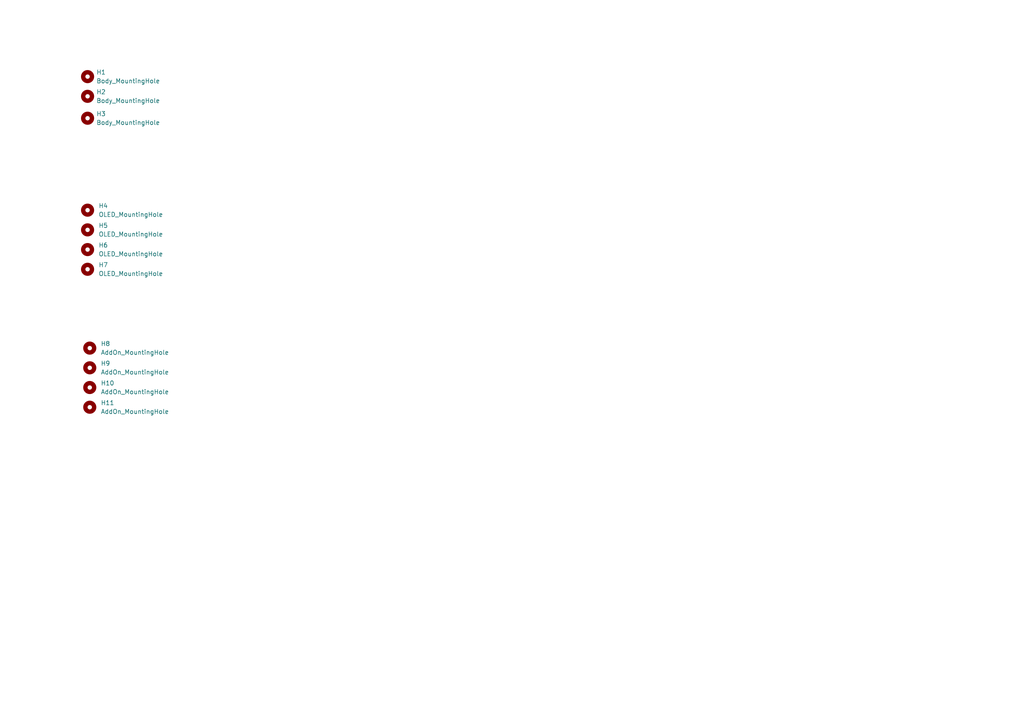
<source format=kicad_sch>
(kicad_sch (version 20230121) (generator eeschema)
  (paper "A4")
  (title_block (title "Valiant Turtle 2 - Mounting Holes") (date "2024-01-05") (rev "1_0") (company "https://www.waitingforfriday.com") (comment 1 "(c) 2024 Simon Inns") (comment 2 "License: Attribution-ShareAlike 4.0 International (CC BY-SA 4.0)"))
  (lib_symbols
    (symbol "Mechanical:MountingHole" (pin_names (offset 1.016))
      (property "Reference" "H" (at 0 5.08 0))
      (property "Value" "MountingHole" (at 0 3.175 0))
      (symbol "MountingHole_0_1"
        (circle (center 0 0) (radius 1.27) (stroke (width 1.27)))
      )
    )
  )
  (symbol (lib_id "Mechanical:MountingHole") (at 25.4 27.94 0) (unit 1)
    (property "Reference" "H2" (at 27.94 26.67 0) (effects (justify left)))
    (property "Value" "Body_MountingHole" (at 27.94 29.21 0) (effects (justify left)))
    (property "Footprint" "MountingHole:MountingHole_3.2mm_M3" (effects hide))
  )
  (symbol (lib_id "Mechanical:MountingHole") (at 25.4 60.96 0) (unit 1)
    (property "Reference" "H4" (at 28.575 59.69 0) (effects (justify left)))
    (property "Value" "OLED_MountingHole" (at 28.575 62.23 0) (effects (justify left)))
    (property "Footprint" "MountingHole:MountingHole_2.7mm_M2.5" (effects hide))
  )
  (symbol (lib_id "Mechanical:MountingHole") (at 26.035 112.395 0) (unit 1)
    (property "Reference" "H10" (at 29.21 111.125 0) (effects (justify left)))
    (property "Value" "AddOn_MountingHole" (at 29.21 113.665 0) (effects (justify left)))
    (property "Footprint" "MountingHole:MountingHole_2.7mm_M2.5" (effects hide))
  )
  (symbol (lib_id "Mechanical:MountingHole") (at 26.035 106.68 0) (unit 1)
    (property "Reference" "H9" (at 29.21 105.41 0) (effects (justify left)))
    (property "Value" "AddOn_MountingHole" (at 29.21 107.95 0) (effects (justify left)))
    (property "Footprint" "MountingHole:MountingHole_2.7mm_M2.5" (effects hide))
  )
  (symbol (lib_id "Mechanical:MountingHole") (at 25.4 34.29 0) (unit 1)
    (property "Reference" "H3" (at 27.94 33.02 0) (effects (justify left)))
    (property "Value" "Body_MountingHole" (at 27.94 35.56 0) (effects (justify left)))
    (property "Footprint" "MountingHole:MountingHole_3.2mm_M3" (effects hide))
  )
  (symbol (lib_id "Mechanical:MountingHole") (at 26.035 100.965 0) (unit 1)
    (property "Reference" "H8" (at 29.21 99.695 0) (effects (justify left)))
    (property "Value" "AddOn_MountingHole" (at 29.21 102.235 0) (effects (justify left)))
    (property "Footprint" "MountingHole:MountingHole_2.7mm_M2.5" (effects hide))
  )
  (symbol (lib_id "Mechanical:MountingHole") (at 25.4 22.225 0) (unit 1)
    (property "Reference" "H1" (at 27.94 20.955 0) (effects (justify left)))
    (property "Value" "Body_MountingHole" (at 27.94 23.495 0) (effects (justify left)))
    (property "Footprint" "MountingHole:MountingHole_3.2mm_M3" (effects hide))
  )
  (symbol (lib_id "Mechanical:MountingHole") (at 25.4 72.39 0) (unit 1)
    (property "Reference" "H6" (at 28.575 71.12 0) (effects (justify left)))
    (property "Value" "OLED_MountingHole" (at 28.575 73.66 0) (effects (justify left)))
    (property "Footprint" "MountingHole:MountingHole_2.7mm_M2.5" (effects hide))
  )
  (symbol (lib_id "Mechanical:MountingHole") (at 26.035 118.11 0) (unit 1)
    (property "Reference" "H11" (at 29.21 116.84 0) (effects (justify left)))
    (property "Value" "AddOn_MountingHole" (at 29.21 119.38 0) (effects (justify left)))
    (property "Footprint" "MountingHole:MountingHole_2.7mm_M2.5" (effects hide))
  )
  (symbol (lib_id "Mechanical:MountingHole") (at 25.4 66.675 0) (unit 1)
    (property "Reference" "H5" (at 28.575 65.405 0) (effects (justify left)))
    (property "Value" "OLED_MountingHole" (at 28.575 67.945 0) (effects (justify left)))
    (property "Footprint" "MountingHole:MountingHole_2.7mm_M2.5" (effects hide))
  )
  (symbol (lib_id "Mechanical:MountingHole") (at 25.4 78.105 0) (unit 1)
    (property "Reference" "H7" (at 28.575 76.835 0) (effects (justify left)))
    (property "Value" "OLED_MountingHole" (at 28.575 79.375 0) (effects (justify left)))
    (property "Footprint" "MountingHole:MountingHole_2.7mm_M2.5" (effects hide))
  )
)
</source>
